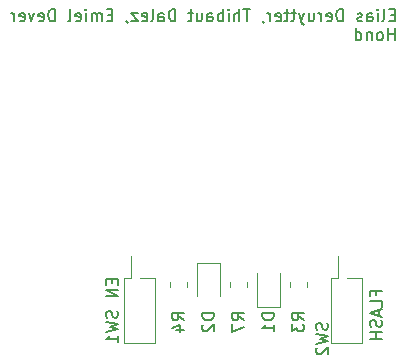
<source format=gbr>
%TF.GenerationSoftware,KiCad,Pcbnew,7.0.1*%
%TF.CreationDate,2023-04-21T09:55:58+02:00*%
%TF.ProjectId,hond,686f6e64-2e6b-4696-9361-645f70636258,rev?*%
%TF.SameCoordinates,Original*%
%TF.FileFunction,Legend,Bot*%
%TF.FilePolarity,Positive*%
%FSLAX46Y46*%
G04 Gerber Fmt 4.6, Leading zero omitted, Abs format (unit mm)*
G04 Created by KiCad (PCBNEW 7.0.1) date 2023-04-21 09:55:58*
%MOMM*%
%LPD*%
G01*
G04 APERTURE LIST*
%ADD10C,0.150000*%
%ADD11C,0.120000*%
G04 APERTURE END LIST*
D10*
X138445904Y-56407809D02*
X138112571Y-56407809D01*
X137969714Y-56931619D02*
X138445904Y-56931619D01*
X138445904Y-56931619D02*
X138445904Y-55931619D01*
X138445904Y-55931619D02*
X137969714Y-55931619D01*
X137398285Y-56931619D02*
X137493523Y-56884000D01*
X137493523Y-56884000D02*
X137541142Y-56788761D01*
X137541142Y-56788761D02*
X137541142Y-55931619D01*
X137017332Y-56931619D02*
X137017332Y-56264952D01*
X137017332Y-55931619D02*
X137064951Y-55979238D01*
X137064951Y-55979238D02*
X137017332Y-56026857D01*
X137017332Y-56026857D02*
X136969713Y-55979238D01*
X136969713Y-55979238D02*
X137017332Y-55931619D01*
X137017332Y-55931619D02*
X137017332Y-56026857D01*
X136112571Y-56931619D02*
X136112571Y-56407809D01*
X136112571Y-56407809D02*
X136160190Y-56312571D01*
X136160190Y-56312571D02*
X136255428Y-56264952D01*
X136255428Y-56264952D02*
X136445904Y-56264952D01*
X136445904Y-56264952D02*
X136541142Y-56312571D01*
X136112571Y-56884000D02*
X136207809Y-56931619D01*
X136207809Y-56931619D02*
X136445904Y-56931619D01*
X136445904Y-56931619D02*
X136541142Y-56884000D01*
X136541142Y-56884000D02*
X136588761Y-56788761D01*
X136588761Y-56788761D02*
X136588761Y-56693523D01*
X136588761Y-56693523D02*
X136541142Y-56598285D01*
X136541142Y-56598285D02*
X136445904Y-56550666D01*
X136445904Y-56550666D02*
X136207809Y-56550666D01*
X136207809Y-56550666D02*
X136112571Y-56503047D01*
X135683999Y-56884000D02*
X135588761Y-56931619D01*
X135588761Y-56931619D02*
X135398285Y-56931619D01*
X135398285Y-56931619D02*
X135303047Y-56884000D01*
X135303047Y-56884000D02*
X135255428Y-56788761D01*
X135255428Y-56788761D02*
X135255428Y-56741142D01*
X135255428Y-56741142D02*
X135303047Y-56645904D01*
X135303047Y-56645904D02*
X135398285Y-56598285D01*
X135398285Y-56598285D02*
X135541142Y-56598285D01*
X135541142Y-56598285D02*
X135636380Y-56550666D01*
X135636380Y-56550666D02*
X135683999Y-56455428D01*
X135683999Y-56455428D02*
X135683999Y-56407809D01*
X135683999Y-56407809D02*
X135636380Y-56312571D01*
X135636380Y-56312571D02*
X135541142Y-56264952D01*
X135541142Y-56264952D02*
X135398285Y-56264952D01*
X135398285Y-56264952D02*
X135303047Y-56312571D01*
X134064951Y-56931619D02*
X134064951Y-55931619D01*
X134064951Y-55931619D02*
X133826856Y-55931619D01*
X133826856Y-55931619D02*
X133683999Y-55979238D01*
X133683999Y-55979238D02*
X133588761Y-56074476D01*
X133588761Y-56074476D02*
X133541142Y-56169714D01*
X133541142Y-56169714D02*
X133493523Y-56360190D01*
X133493523Y-56360190D02*
X133493523Y-56503047D01*
X133493523Y-56503047D02*
X133541142Y-56693523D01*
X133541142Y-56693523D02*
X133588761Y-56788761D01*
X133588761Y-56788761D02*
X133683999Y-56884000D01*
X133683999Y-56884000D02*
X133826856Y-56931619D01*
X133826856Y-56931619D02*
X134064951Y-56931619D01*
X132683999Y-56884000D02*
X132779237Y-56931619D01*
X132779237Y-56931619D02*
X132969713Y-56931619D01*
X132969713Y-56931619D02*
X133064951Y-56884000D01*
X133064951Y-56884000D02*
X133112570Y-56788761D01*
X133112570Y-56788761D02*
X133112570Y-56407809D01*
X133112570Y-56407809D02*
X133064951Y-56312571D01*
X133064951Y-56312571D02*
X132969713Y-56264952D01*
X132969713Y-56264952D02*
X132779237Y-56264952D01*
X132779237Y-56264952D02*
X132683999Y-56312571D01*
X132683999Y-56312571D02*
X132636380Y-56407809D01*
X132636380Y-56407809D02*
X132636380Y-56503047D01*
X132636380Y-56503047D02*
X133112570Y-56598285D01*
X132207808Y-56931619D02*
X132207808Y-56264952D01*
X132207808Y-56455428D02*
X132160189Y-56360190D01*
X132160189Y-56360190D02*
X132112570Y-56312571D01*
X132112570Y-56312571D02*
X132017332Y-56264952D01*
X132017332Y-56264952D02*
X131922094Y-56264952D01*
X131160189Y-56264952D02*
X131160189Y-56931619D01*
X131588760Y-56264952D02*
X131588760Y-56788761D01*
X131588760Y-56788761D02*
X131541141Y-56884000D01*
X131541141Y-56884000D02*
X131445903Y-56931619D01*
X131445903Y-56931619D02*
X131303046Y-56931619D01*
X131303046Y-56931619D02*
X131207808Y-56884000D01*
X131207808Y-56884000D02*
X131160189Y-56836380D01*
X130779236Y-56264952D02*
X130541141Y-56931619D01*
X130303046Y-56264952D02*
X130541141Y-56931619D01*
X130541141Y-56931619D02*
X130636379Y-57169714D01*
X130636379Y-57169714D02*
X130683998Y-57217333D01*
X130683998Y-57217333D02*
X130779236Y-57264952D01*
X130064950Y-56264952D02*
X129683998Y-56264952D01*
X129922093Y-55931619D02*
X129922093Y-56788761D01*
X129922093Y-56788761D02*
X129874474Y-56884000D01*
X129874474Y-56884000D02*
X129779236Y-56931619D01*
X129779236Y-56931619D02*
X129683998Y-56931619D01*
X129493521Y-56264952D02*
X129112569Y-56264952D01*
X129350664Y-55931619D02*
X129350664Y-56788761D01*
X129350664Y-56788761D02*
X129303045Y-56884000D01*
X129303045Y-56884000D02*
X129207807Y-56931619D01*
X129207807Y-56931619D02*
X129112569Y-56931619D01*
X128398283Y-56884000D02*
X128493521Y-56931619D01*
X128493521Y-56931619D02*
X128683997Y-56931619D01*
X128683997Y-56931619D02*
X128779235Y-56884000D01*
X128779235Y-56884000D02*
X128826854Y-56788761D01*
X128826854Y-56788761D02*
X128826854Y-56407809D01*
X128826854Y-56407809D02*
X128779235Y-56312571D01*
X128779235Y-56312571D02*
X128683997Y-56264952D01*
X128683997Y-56264952D02*
X128493521Y-56264952D01*
X128493521Y-56264952D02*
X128398283Y-56312571D01*
X128398283Y-56312571D02*
X128350664Y-56407809D01*
X128350664Y-56407809D02*
X128350664Y-56503047D01*
X128350664Y-56503047D02*
X128826854Y-56598285D01*
X127922092Y-56931619D02*
X127922092Y-56264952D01*
X127922092Y-56455428D02*
X127874473Y-56360190D01*
X127874473Y-56360190D02*
X127826854Y-56312571D01*
X127826854Y-56312571D02*
X127731616Y-56264952D01*
X127731616Y-56264952D02*
X127636378Y-56264952D01*
X127255425Y-56884000D02*
X127255425Y-56931619D01*
X127255425Y-56931619D02*
X127303044Y-57026857D01*
X127303044Y-57026857D02*
X127350663Y-57074476D01*
X126207806Y-55931619D02*
X125636378Y-55931619D01*
X125922092Y-56931619D02*
X125922092Y-55931619D01*
X125303044Y-56931619D02*
X125303044Y-55931619D01*
X124874473Y-56931619D02*
X124874473Y-56407809D01*
X124874473Y-56407809D02*
X124922092Y-56312571D01*
X124922092Y-56312571D02*
X125017330Y-56264952D01*
X125017330Y-56264952D02*
X125160187Y-56264952D01*
X125160187Y-56264952D02*
X125255425Y-56312571D01*
X125255425Y-56312571D02*
X125303044Y-56360190D01*
X124398282Y-56931619D02*
X124398282Y-56264952D01*
X124398282Y-55931619D02*
X124445901Y-55979238D01*
X124445901Y-55979238D02*
X124398282Y-56026857D01*
X124398282Y-56026857D02*
X124350663Y-55979238D01*
X124350663Y-55979238D02*
X124398282Y-55931619D01*
X124398282Y-55931619D02*
X124398282Y-56026857D01*
X123922092Y-56931619D02*
X123922092Y-55931619D01*
X123922092Y-56312571D02*
X123826854Y-56264952D01*
X123826854Y-56264952D02*
X123636378Y-56264952D01*
X123636378Y-56264952D02*
X123541140Y-56312571D01*
X123541140Y-56312571D02*
X123493521Y-56360190D01*
X123493521Y-56360190D02*
X123445902Y-56455428D01*
X123445902Y-56455428D02*
X123445902Y-56741142D01*
X123445902Y-56741142D02*
X123493521Y-56836380D01*
X123493521Y-56836380D02*
X123541140Y-56884000D01*
X123541140Y-56884000D02*
X123636378Y-56931619D01*
X123636378Y-56931619D02*
X123826854Y-56931619D01*
X123826854Y-56931619D02*
X123922092Y-56884000D01*
X122588759Y-56931619D02*
X122588759Y-56407809D01*
X122588759Y-56407809D02*
X122636378Y-56312571D01*
X122636378Y-56312571D02*
X122731616Y-56264952D01*
X122731616Y-56264952D02*
X122922092Y-56264952D01*
X122922092Y-56264952D02*
X123017330Y-56312571D01*
X122588759Y-56884000D02*
X122683997Y-56931619D01*
X122683997Y-56931619D02*
X122922092Y-56931619D01*
X122922092Y-56931619D02*
X123017330Y-56884000D01*
X123017330Y-56884000D02*
X123064949Y-56788761D01*
X123064949Y-56788761D02*
X123064949Y-56693523D01*
X123064949Y-56693523D02*
X123017330Y-56598285D01*
X123017330Y-56598285D02*
X122922092Y-56550666D01*
X122922092Y-56550666D02*
X122683997Y-56550666D01*
X122683997Y-56550666D02*
X122588759Y-56503047D01*
X121683997Y-56264952D02*
X121683997Y-56931619D01*
X122112568Y-56264952D02*
X122112568Y-56788761D01*
X122112568Y-56788761D02*
X122064949Y-56884000D01*
X122064949Y-56884000D02*
X121969711Y-56931619D01*
X121969711Y-56931619D02*
X121826854Y-56931619D01*
X121826854Y-56931619D02*
X121731616Y-56884000D01*
X121731616Y-56884000D02*
X121683997Y-56836380D01*
X121350663Y-56264952D02*
X120969711Y-56264952D01*
X121207806Y-55931619D02*
X121207806Y-56788761D01*
X121207806Y-56788761D02*
X121160187Y-56884000D01*
X121160187Y-56884000D02*
X121064949Y-56931619D01*
X121064949Y-56931619D02*
X120969711Y-56931619D01*
X119874472Y-56931619D02*
X119874472Y-55931619D01*
X119874472Y-55931619D02*
X119636377Y-55931619D01*
X119636377Y-55931619D02*
X119493520Y-55979238D01*
X119493520Y-55979238D02*
X119398282Y-56074476D01*
X119398282Y-56074476D02*
X119350663Y-56169714D01*
X119350663Y-56169714D02*
X119303044Y-56360190D01*
X119303044Y-56360190D02*
X119303044Y-56503047D01*
X119303044Y-56503047D02*
X119350663Y-56693523D01*
X119350663Y-56693523D02*
X119398282Y-56788761D01*
X119398282Y-56788761D02*
X119493520Y-56884000D01*
X119493520Y-56884000D02*
X119636377Y-56931619D01*
X119636377Y-56931619D02*
X119874472Y-56931619D01*
X118445901Y-56931619D02*
X118445901Y-56407809D01*
X118445901Y-56407809D02*
X118493520Y-56312571D01*
X118493520Y-56312571D02*
X118588758Y-56264952D01*
X118588758Y-56264952D02*
X118779234Y-56264952D01*
X118779234Y-56264952D02*
X118874472Y-56312571D01*
X118445901Y-56884000D02*
X118541139Y-56931619D01*
X118541139Y-56931619D02*
X118779234Y-56931619D01*
X118779234Y-56931619D02*
X118874472Y-56884000D01*
X118874472Y-56884000D02*
X118922091Y-56788761D01*
X118922091Y-56788761D02*
X118922091Y-56693523D01*
X118922091Y-56693523D02*
X118874472Y-56598285D01*
X118874472Y-56598285D02*
X118779234Y-56550666D01*
X118779234Y-56550666D02*
X118541139Y-56550666D01*
X118541139Y-56550666D02*
X118445901Y-56503047D01*
X117826853Y-56931619D02*
X117922091Y-56884000D01*
X117922091Y-56884000D02*
X117969710Y-56788761D01*
X117969710Y-56788761D02*
X117969710Y-55931619D01*
X117064948Y-56884000D02*
X117160186Y-56931619D01*
X117160186Y-56931619D02*
X117350662Y-56931619D01*
X117350662Y-56931619D02*
X117445900Y-56884000D01*
X117445900Y-56884000D02*
X117493519Y-56788761D01*
X117493519Y-56788761D02*
X117493519Y-56407809D01*
X117493519Y-56407809D02*
X117445900Y-56312571D01*
X117445900Y-56312571D02*
X117350662Y-56264952D01*
X117350662Y-56264952D02*
X117160186Y-56264952D01*
X117160186Y-56264952D02*
X117064948Y-56312571D01*
X117064948Y-56312571D02*
X117017329Y-56407809D01*
X117017329Y-56407809D02*
X117017329Y-56503047D01*
X117017329Y-56503047D02*
X117493519Y-56598285D01*
X116683995Y-56264952D02*
X116160186Y-56264952D01*
X116160186Y-56264952D02*
X116683995Y-56931619D01*
X116683995Y-56931619D02*
X116160186Y-56931619D01*
X115731614Y-56884000D02*
X115731614Y-56931619D01*
X115731614Y-56931619D02*
X115779233Y-57026857D01*
X115779233Y-57026857D02*
X115826852Y-57074476D01*
X114541138Y-56407809D02*
X114207805Y-56407809D01*
X114064948Y-56931619D02*
X114541138Y-56931619D01*
X114541138Y-56931619D02*
X114541138Y-55931619D01*
X114541138Y-55931619D02*
X114064948Y-55931619D01*
X113636376Y-56931619D02*
X113636376Y-56264952D01*
X113636376Y-56360190D02*
X113588757Y-56312571D01*
X113588757Y-56312571D02*
X113493519Y-56264952D01*
X113493519Y-56264952D02*
X113350662Y-56264952D01*
X113350662Y-56264952D02*
X113255424Y-56312571D01*
X113255424Y-56312571D02*
X113207805Y-56407809D01*
X113207805Y-56407809D02*
X113207805Y-56931619D01*
X113207805Y-56407809D02*
X113160186Y-56312571D01*
X113160186Y-56312571D02*
X113064948Y-56264952D01*
X113064948Y-56264952D02*
X112922091Y-56264952D01*
X112922091Y-56264952D02*
X112826852Y-56312571D01*
X112826852Y-56312571D02*
X112779233Y-56407809D01*
X112779233Y-56407809D02*
X112779233Y-56931619D01*
X112303043Y-56931619D02*
X112303043Y-56264952D01*
X112303043Y-55931619D02*
X112350662Y-55979238D01*
X112350662Y-55979238D02*
X112303043Y-56026857D01*
X112303043Y-56026857D02*
X112255424Y-55979238D01*
X112255424Y-55979238D02*
X112303043Y-55931619D01*
X112303043Y-55931619D02*
X112303043Y-56026857D01*
X111445901Y-56884000D02*
X111541139Y-56931619D01*
X111541139Y-56931619D02*
X111731615Y-56931619D01*
X111731615Y-56931619D02*
X111826853Y-56884000D01*
X111826853Y-56884000D02*
X111874472Y-56788761D01*
X111874472Y-56788761D02*
X111874472Y-56407809D01*
X111874472Y-56407809D02*
X111826853Y-56312571D01*
X111826853Y-56312571D02*
X111731615Y-56264952D01*
X111731615Y-56264952D02*
X111541139Y-56264952D01*
X111541139Y-56264952D02*
X111445901Y-56312571D01*
X111445901Y-56312571D02*
X111398282Y-56407809D01*
X111398282Y-56407809D02*
X111398282Y-56503047D01*
X111398282Y-56503047D02*
X111874472Y-56598285D01*
X110826853Y-56931619D02*
X110922091Y-56884000D01*
X110922091Y-56884000D02*
X110969710Y-56788761D01*
X110969710Y-56788761D02*
X110969710Y-55931619D01*
X109683995Y-56931619D02*
X109683995Y-55931619D01*
X109683995Y-55931619D02*
X109445900Y-55931619D01*
X109445900Y-55931619D02*
X109303043Y-55979238D01*
X109303043Y-55979238D02*
X109207805Y-56074476D01*
X109207805Y-56074476D02*
X109160186Y-56169714D01*
X109160186Y-56169714D02*
X109112567Y-56360190D01*
X109112567Y-56360190D02*
X109112567Y-56503047D01*
X109112567Y-56503047D02*
X109160186Y-56693523D01*
X109160186Y-56693523D02*
X109207805Y-56788761D01*
X109207805Y-56788761D02*
X109303043Y-56884000D01*
X109303043Y-56884000D02*
X109445900Y-56931619D01*
X109445900Y-56931619D02*
X109683995Y-56931619D01*
X108303043Y-56884000D02*
X108398281Y-56931619D01*
X108398281Y-56931619D02*
X108588757Y-56931619D01*
X108588757Y-56931619D02*
X108683995Y-56884000D01*
X108683995Y-56884000D02*
X108731614Y-56788761D01*
X108731614Y-56788761D02*
X108731614Y-56407809D01*
X108731614Y-56407809D02*
X108683995Y-56312571D01*
X108683995Y-56312571D02*
X108588757Y-56264952D01*
X108588757Y-56264952D02*
X108398281Y-56264952D01*
X108398281Y-56264952D02*
X108303043Y-56312571D01*
X108303043Y-56312571D02*
X108255424Y-56407809D01*
X108255424Y-56407809D02*
X108255424Y-56503047D01*
X108255424Y-56503047D02*
X108731614Y-56598285D01*
X107922090Y-56264952D02*
X107683995Y-56931619D01*
X107683995Y-56931619D02*
X107445900Y-56264952D01*
X106683995Y-56884000D02*
X106779233Y-56931619D01*
X106779233Y-56931619D02*
X106969709Y-56931619D01*
X106969709Y-56931619D02*
X107064947Y-56884000D01*
X107064947Y-56884000D02*
X107112566Y-56788761D01*
X107112566Y-56788761D02*
X107112566Y-56407809D01*
X107112566Y-56407809D02*
X107064947Y-56312571D01*
X107064947Y-56312571D02*
X106969709Y-56264952D01*
X106969709Y-56264952D02*
X106779233Y-56264952D01*
X106779233Y-56264952D02*
X106683995Y-56312571D01*
X106683995Y-56312571D02*
X106636376Y-56407809D01*
X106636376Y-56407809D02*
X106636376Y-56503047D01*
X106636376Y-56503047D02*
X107112566Y-56598285D01*
X106207804Y-56931619D02*
X106207804Y-56264952D01*
X106207804Y-56455428D02*
X106160185Y-56360190D01*
X106160185Y-56360190D02*
X106112566Y-56312571D01*
X106112566Y-56312571D02*
X106017328Y-56264952D01*
X106017328Y-56264952D02*
X105922090Y-56264952D01*
X138445904Y-58551619D02*
X138445904Y-57551619D01*
X138445904Y-58027809D02*
X137874476Y-58027809D01*
X137874476Y-58551619D02*
X137874476Y-57551619D01*
X137255428Y-58551619D02*
X137350666Y-58504000D01*
X137350666Y-58504000D02*
X137398285Y-58456380D01*
X137398285Y-58456380D02*
X137445904Y-58361142D01*
X137445904Y-58361142D02*
X137445904Y-58075428D01*
X137445904Y-58075428D02*
X137398285Y-57980190D01*
X137398285Y-57980190D02*
X137350666Y-57932571D01*
X137350666Y-57932571D02*
X137255428Y-57884952D01*
X137255428Y-57884952D02*
X137112571Y-57884952D01*
X137112571Y-57884952D02*
X137017333Y-57932571D01*
X137017333Y-57932571D02*
X136969714Y-57980190D01*
X136969714Y-57980190D02*
X136922095Y-58075428D01*
X136922095Y-58075428D02*
X136922095Y-58361142D01*
X136922095Y-58361142D02*
X136969714Y-58456380D01*
X136969714Y-58456380D02*
X137017333Y-58504000D01*
X137017333Y-58504000D02*
X137112571Y-58551619D01*
X137112571Y-58551619D02*
X137255428Y-58551619D01*
X136493523Y-57884952D02*
X136493523Y-58551619D01*
X136493523Y-57980190D02*
X136445904Y-57932571D01*
X136445904Y-57932571D02*
X136350666Y-57884952D01*
X136350666Y-57884952D02*
X136207809Y-57884952D01*
X136207809Y-57884952D02*
X136112571Y-57932571D01*
X136112571Y-57932571D02*
X136064952Y-58027809D01*
X136064952Y-58027809D02*
X136064952Y-58551619D01*
X135160190Y-58551619D02*
X135160190Y-57551619D01*
X135160190Y-58504000D02*
X135255428Y-58551619D01*
X135255428Y-58551619D02*
X135445904Y-58551619D01*
X135445904Y-58551619D02*
X135541142Y-58504000D01*
X135541142Y-58504000D02*
X135588761Y-58456380D01*
X135588761Y-58456380D02*
X135636380Y-58361142D01*
X135636380Y-58361142D02*
X135636380Y-58075428D01*
X135636380Y-58075428D02*
X135588761Y-57980190D01*
X135588761Y-57980190D02*
X135541142Y-57932571D01*
X135541142Y-57932571D02*
X135445904Y-57884952D01*
X135445904Y-57884952D02*
X135255428Y-57884952D01*
X135255428Y-57884952D02*
X135160190Y-57932571D01*
%TO.C,SW2*%
X132749000Y-82486667D02*
X132796619Y-82629524D01*
X132796619Y-82629524D02*
X132796619Y-82867619D01*
X132796619Y-82867619D02*
X132749000Y-82962857D01*
X132749000Y-82962857D02*
X132701380Y-83010476D01*
X132701380Y-83010476D02*
X132606142Y-83058095D01*
X132606142Y-83058095D02*
X132510904Y-83058095D01*
X132510904Y-83058095D02*
X132415666Y-83010476D01*
X132415666Y-83010476D02*
X132368047Y-82962857D01*
X132368047Y-82962857D02*
X132320428Y-82867619D01*
X132320428Y-82867619D02*
X132272809Y-82677143D01*
X132272809Y-82677143D02*
X132225190Y-82581905D01*
X132225190Y-82581905D02*
X132177571Y-82534286D01*
X132177571Y-82534286D02*
X132082333Y-82486667D01*
X132082333Y-82486667D02*
X131987095Y-82486667D01*
X131987095Y-82486667D02*
X131891857Y-82534286D01*
X131891857Y-82534286D02*
X131844238Y-82581905D01*
X131844238Y-82581905D02*
X131796619Y-82677143D01*
X131796619Y-82677143D02*
X131796619Y-82915238D01*
X131796619Y-82915238D02*
X131844238Y-83058095D01*
X131796619Y-83391429D02*
X132796619Y-83629524D01*
X132796619Y-83629524D02*
X132082333Y-83820000D01*
X132082333Y-83820000D02*
X132796619Y-84010476D01*
X132796619Y-84010476D02*
X131796619Y-84248572D01*
X131891857Y-84581905D02*
X131844238Y-84629524D01*
X131844238Y-84629524D02*
X131796619Y-84724762D01*
X131796619Y-84724762D02*
X131796619Y-84962857D01*
X131796619Y-84962857D02*
X131844238Y-85058095D01*
X131844238Y-85058095D02*
X131891857Y-85105714D01*
X131891857Y-85105714D02*
X131987095Y-85153333D01*
X131987095Y-85153333D02*
X132082333Y-85153333D01*
X132082333Y-85153333D02*
X132225190Y-85105714D01*
X132225190Y-85105714D02*
X132796619Y-84534286D01*
X132796619Y-84534286D02*
X132796619Y-85153333D01*
X136844809Y-80097523D02*
X136844809Y-79764190D01*
X137368619Y-79764190D02*
X136368619Y-79764190D01*
X136368619Y-79764190D02*
X136368619Y-80240380D01*
X137368619Y-81097523D02*
X137368619Y-80621333D01*
X137368619Y-80621333D02*
X136368619Y-80621333D01*
X137082904Y-81383238D02*
X137082904Y-81859428D01*
X137368619Y-81288000D02*
X136368619Y-81621333D01*
X136368619Y-81621333D02*
X137368619Y-81954666D01*
X137321000Y-82240381D02*
X137368619Y-82383238D01*
X137368619Y-82383238D02*
X137368619Y-82621333D01*
X137368619Y-82621333D02*
X137321000Y-82716571D01*
X137321000Y-82716571D02*
X137273380Y-82764190D01*
X137273380Y-82764190D02*
X137178142Y-82811809D01*
X137178142Y-82811809D02*
X137082904Y-82811809D01*
X137082904Y-82811809D02*
X136987666Y-82764190D01*
X136987666Y-82764190D02*
X136940047Y-82716571D01*
X136940047Y-82716571D02*
X136892428Y-82621333D01*
X136892428Y-82621333D02*
X136844809Y-82430857D01*
X136844809Y-82430857D02*
X136797190Y-82335619D01*
X136797190Y-82335619D02*
X136749571Y-82288000D01*
X136749571Y-82288000D02*
X136654333Y-82240381D01*
X136654333Y-82240381D02*
X136559095Y-82240381D01*
X136559095Y-82240381D02*
X136463857Y-82288000D01*
X136463857Y-82288000D02*
X136416238Y-82335619D01*
X136416238Y-82335619D02*
X136368619Y-82430857D01*
X136368619Y-82430857D02*
X136368619Y-82668952D01*
X136368619Y-82668952D02*
X136416238Y-82811809D01*
X137368619Y-83240381D02*
X136368619Y-83240381D01*
X136844809Y-83240381D02*
X136844809Y-83811809D01*
X137368619Y-83811809D02*
X136368619Y-83811809D01*
%TO.C,SW1*%
X114969000Y-81470667D02*
X115016619Y-81613524D01*
X115016619Y-81613524D02*
X115016619Y-81851619D01*
X115016619Y-81851619D02*
X114969000Y-81946857D01*
X114969000Y-81946857D02*
X114921380Y-81994476D01*
X114921380Y-81994476D02*
X114826142Y-82042095D01*
X114826142Y-82042095D02*
X114730904Y-82042095D01*
X114730904Y-82042095D02*
X114635666Y-81994476D01*
X114635666Y-81994476D02*
X114588047Y-81946857D01*
X114588047Y-81946857D02*
X114540428Y-81851619D01*
X114540428Y-81851619D02*
X114492809Y-81661143D01*
X114492809Y-81661143D02*
X114445190Y-81565905D01*
X114445190Y-81565905D02*
X114397571Y-81518286D01*
X114397571Y-81518286D02*
X114302333Y-81470667D01*
X114302333Y-81470667D02*
X114207095Y-81470667D01*
X114207095Y-81470667D02*
X114111857Y-81518286D01*
X114111857Y-81518286D02*
X114064238Y-81565905D01*
X114064238Y-81565905D02*
X114016619Y-81661143D01*
X114016619Y-81661143D02*
X114016619Y-81899238D01*
X114016619Y-81899238D02*
X114064238Y-82042095D01*
X114016619Y-82375429D02*
X115016619Y-82613524D01*
X115016619Y-82613524D02*
X114302333Y-82804000D01*
X114302333Y-82804000D02*
X115016619Y-82994476D01*
X115016619Y-82994476D02*
X114016619Y-83232572D01*
X115016619Y-84137333D02*
X115016619Y-83565905D01*
X115016619Y-83851619D02*
X114016619Y-83851619D01*
X114016619Y-83851619D02*
X114159476Y-83756381D01*
X114159476Y-83756381D02*
X114254714Y-83661143D01*
X114254714Y-83661143D02*
X114302333Y-83565905D01*
X114492809Y-78763905D02*
X114492809Y-79097238D01*
X115016619Y-79240095D02*
X115016619Y-78763905D01*
X115016619Y-78763905D02*
X114016619Y-78763905D01*
X114016619Y-78763905D02*
X114016619Y-79240095D01*
X115016619Y-79668667D02*
X114016619Y-79668667D01*
X114016619Y-79668667D02*
X115016619Y-80240095D01*
X115016619Y-80240095D02*
X114016619Y-80240095D01*
%TO.C,R3*%
X130764619Y-82256333D02*
X130288428Y-81923000D01*
X130764619Y-81684905D02*
X129764619Y-81684905D01*
X129764619Y-81684905D02*
X129764619Y-82065857D01*
X129764619Y-82065857D02*
X129812238Y-82161095D01*
X129812238Y-82161095D02*
X129859857Y-82208714D01*
X129859857Y-82208714D02*
X129955095Y-82256333D01*
X129955095Y-82256333D02*
X130097952Y-82256333D01*
X130097952Y-82256333D02*
X130193190Y-82208714D01*
X130193190Y-82208714D02*
X130240809Y-82161095D01*
X130240809Y-82161095D02*
X130288428Y-82065857D01*
X130288428Y-82065857D02*
X130288428Y-81684905D01*
X129764619Y-82589667D02*
X129764619Y-83208714D01*
X129764619Y-83208714D02*
X130145571Y-82875381D01*
X130145571Y-82875381D02*
X130145571Y-83018238D01*
X130145571Y-83018238D02*
X130193190Y-83113476D01*
X130193190Y-83113476D02*
X130240809Y-83161095D01*
X130240809Y-83161095D02*
X130336047Y-83208714D01*
X130336047Y-83208714D02*
X130574142Y-83208714D01*
X130574142Y-83208714D02*
X130669380Y-83161095D01*
X130669380Y-83161095D02*
X130717000Y-83113476D01*
X130717000Y-83113476D02*
X130764619Y-83018238D01*
X130764619Y-83018238D02*
X130764619Y-82732524D01*
X130764619Y-82732524D02*
X130717000Y-82637286D01*
X130717000Y-82637286D02*
X130669380Y-82589667D01*
%TO.C,R7*%
X125684619Y-82256333D02*
X125208428Y-81923000D01*
X125684619Y-81684905D02*
X124684619Y-81684905D01*
X124684619Y-81684905D02*
X124684619Y-82065857D01*
X124684619Y-82065857D02*
X124732238Y-82161095D01*
X124732238Y-82161095D02*
X124779857Y-82208714D01*
X124779857Y-82208714D02*
X124875095Y-82256333D01*
X124875095Y-82256333D02*
X125017952Y-82256333D01*
X125017952Y-82256333D02*
X125113190Y-82208714D01*
X125113190Y-82208714D02*
X125160809Y-82161095D01*
X125160809Y-82161095D02*
X125208428Y-82065857D01*
X125208428Y-82065857D02*
X125208428Y-81684905D01*
X124684619Y-82589667D02*
X124684619Y-83256333D01*
X124684619Y-83256333D02*
X125684619Y-82827762D01*
%TO.C,R4*%
X120604619Y-82256333D02*
X120128428Y-81923000D01*
X120604619Y-81684905D02*
X119604619Y-81684905D01*
X119604619Y-81684905D02*
X119604619Y-82065857D01*
X119604619Y-82065857D02*
X119652238Y-82161095D01*
X119652238Y-82161095D02*
X119699857Y-82208714D01*
X119699857Y-82208714D02*
X119795095Y-82256333D01*
X119795095Y-82256333D02*
X119937952Y-82256333D01*
X119937952Y-82256333D02*
X120033190Y-82208714D01*
X120033190Y-82208714D02*
X120080809Y-82161095D01*
X120080809Y-82161095D02*
X120128428Y-82065857D01*
X120128428Y-82065857D02*
X120128428Y-81684905D01*
X119937952Y-83113476D02*
X120604619Y-83113476D01*
X119557000Y-82875381D02*
X120271285Y-82637286D01*
X120271285Y-82637286D02*
X120271285Y-83256333D01*
%TO.C,D2*%
X123144619Y-81684905D02*
X122144619Y-81684905D01*
X122144619Y-81684905D02*
X122144619Y-81923000D01*
X122144619Y-81923000D02*
X122192238Y-82065857D01*
X122192238Y-82065857D02*
X122287476Y-82161095D01*
X122287476Y-82161095D02*
X122382714Y-82208714D01*
X122382714Y-82208714D02*
X122573190Y-82256333D01*
X122573190Y-82256333D02*
X122716047Y-82256333D01*
X122716047Y-82256333D02*
X122906523Y-82208714D01*
X122906523Y-82208714D02*
X123001761Y-82161095D01*
X123001761Y-82161095D02*
X123097000Y-82065857D01*
X123097000Y-82065857D02*
X123144619Y-81923000D01*
X123144619Y-81923000D02*
X123144619Y-81684905D01*
X122239857Y-82637286D02*
X122192238Y-82684905D01*
X122192238Y-82684905D02*
X122144619Y-82780143D01*
X122144619Y-82780143D02*
X122144619Y-83018238D01*
X122144619Y-83018238D02*
X122192238Y-83113476D01*
X122192238Y-83113476D02*
X122239857Y-83161095D01*
X122239857Y-83161095D02*
X122335095Y-83208714D01*
X122335095Y-83208714D02*
X122430333Y-83208714D01*
X122430333Y-83208714D02*
X122573190Y-83161095D01*
X122573190Y-83161095D02*
X123144619Y-82589667D01*
X123144619Y-82589667D02*
X123144619Y-83208714D01*
%TO.C,D1*%
X128224619Y-81684905D02*
X127224619Y-81684905D01*
X127224619Y-81684905D02*
X127224619Y-81923000D01*
X127224619Y-81923000D02*
X127272238Y-82065857D01*
X127272238Y-82065857D02*
X127367476Y-82161095D01*
X127367476Y-82161095D02*
X127462714Y-82208714D01*
X127462714Y-82208714D02*
X127653190Y-82256333D01*
X127653190Y-82256333D02*
X127796047Y-82256333D01*
X127796047Y-82256333D02*
X127986523Y-82208714D01*
X127986523Y-82208714D02*
X128081761Y-82161095D01*
X128081761Y-82161095D02*
X128177000Y-82065857D01*
X128177000Y-82065857D02*
X128224619Y-81923000D01*
X128224619Y-81923000D02*
X128224619Y-81684905D01*
X128224619Y-83208714D02*
X128224619Y-82637286D01*
X128224619Y-82923000D02*
X127224619Y-82923000D01*
X127224619Y-82923000D02*
X127367476Y-82827762D01*
X127367476Y-82827762D02*
X127462714Y-82732524D01*
X127462714Y-82732524D02*
X127510333Y-82637286D01*
D11*
%TO.C,SW2*%
X133686000Y-76797000D02*
X133686000Y-78647000D01*
X135696000Y-78647000D02*
X135696000Y-84167000D01*
X134427000Y-78647000D02*
X135696000Y-78647000D01*
X133036000Y-78647000D02*
X133686000Y-78647000D01*
X133036000Y-78647000D02*
X133036000Y-84167000D01*
X134427000Y-84167000D02*
X135696000Y-84167000D01*
X133036000Y-84167000D02*
X134305000Y-84167000D01*
%TO.C,SW1*%
X116160000Y-76797000D02*
X116160000Y-78647000D01*
X118170000Y-78647000D02*
X118170000Y-84167000D01*
X116901000Y-78647000D02*
X118170000Y-78647000D01*
X115510000Y-78647000D02*
X116160000Y-78647000D01*
X115510000Y-78647000D02*
X115510000Y-84167000D01*
X116901000Y-84167000D02*
X118170000Y-84167000D01*
X115510000Y-84167000D02*
X116779000Y-84167000D01*
%TO.C,R3*%
X129567000Y-79475064D02*
X129567000Y-79020936D01*
X131037000Y-79475064D02*
X131037000Y-79020936D01*
%TO.C,R7*%
X124487000Y-79475064D02*
X124487000Y-79020936D01*
X125957000Y-79475064D02*
X125957000Y-79020936D01*
%TO.C,R4*%
X120877000Y-79020936D02*
X120877000Y-79475064D01*
X119407000Y-79020936D02*
X119407000Y-79475064D01*
%TO.C,D2*%
X123642000Y-77388000D02*
X123642000Y-80248000D01*
X121722000Y-77388000D02*
X123642000Y-77388000D01*
X121722000Y-80248000D02*
X121722000Y-77388000D01*
%TO.C,D1*%
X126802000Y-81108000D02*
X126802000Y-78248000D01*
X128722000Y-81108000D02*
X126802000Y-81108000D01*
X128722000Y-78248000D02*
X128722000Y-81108000D01*
%TD*%
M02*

</source>
